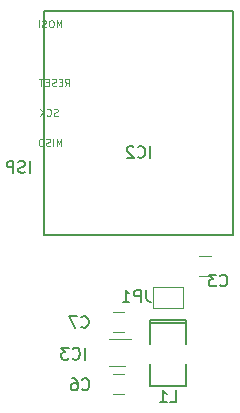
<source format=gbo>
G04 #@! TF.FileFunction,Legend,Bot*
%FSLAX46Y46*%
G04 Gerber Fmt 4.6, Leading zero omitted, Abs format (unit mm)*
G04 Created by KiCad (PCBNEW 4.0.2-stable) date 01.06.2017 12:53:20*
%MOMM*%
G01*
G04 APERTURE LIST*
%ADD10C,0.100000*%
%ADD11C,0.150000*%
%ADD12C,0.120000*%
G04 APERTURE END LIST*
D10*
D11*
X172426190Y-101988881D02*
X172426190Y-100988881D01*
X171997619Y-101941262D02*
X171854762Y-101988881D01*
X171616666Y-101988881D01*
X171521428Y-101941262D01*
X171473809Y-101893643D01*
X171426190Y-101798405D01*
X171426190Y-101703167D01*
X171473809Y-101607929D01*
X171521428Y-101560310D01*
X171616666Y-101512690D01*
X171807143Y-101465071D01*
X171902381Y-101417452D01*
X171950000Y-101369833D01*
X171997619Y-101274595D01*
X171997619Y-101179357D01*
X171950000Y-101084119D01*
X171902381Y-101036500D01*
X171807143Y-100988881D01*
X171569047Y-100988881D01*
X171426190Y-101036500D01*
X170997619Y-101988881D02*
X170997619Y-100988881D01*
X170616666Y-100988881D01*
X170521428Y-101036500D01*
X170473809Y-101084119D01*
X170426190Y-101179357D01*
X170426190Y-101322214D01*
X170473809Y-101417452D01*
X170521428Y-101465071D01*
X170616666Y-101512690D01*
X170997619Y-101512690D01*
D10*
X175059857Y-99712429D02*
X175059857Y-99112429D01*
X174859857Y-99541000D01*
X174659857Y-99112429D01*
X174659857Y-99712429D01*
X174374143Y-99712429D02*
X174374143Y-99112429D01*
X174117000Y-99683857D02*
X174031286Y-99712429D01*
X173888429Y-99712429D01*
X173831286Y-99683857D01*
X173802715Y-99655286D01*
X173774143Y-99598143D01*
X173774143Y-99541000D01*
X173802715Y-99483857D01*
X173831286Y-99455286D01*
X173888429Y-99426714D01*
X174002715Y-99398143D01*
X174059857Y-99369571D01*
X174088429Y-99341000D01*
X174117000Y-99283857D01*
X174117000Y-99226714D01*
X174088429Y-99169571D01*
X174059857Y-99141000D01*
X174002715Y-99112429D01*
X173859857Y-99112429D01*
X173774143Y-99141000D01*
X173402714Y-99112429D02*
X173288428Y-99112429D01*
X173231286Y-99141000D01*
X173174143Y-99198143D01*
X173145571Y-99312429D01*
X173145571Y-99512429D01*
X173174143Y-99626714D01*
X173231286Y-99683857D01*
X173288428Y-99712429D01*
X173402714Y-99712429D01*
X173459857Y-99683857D01*
X173517000Y-99626714D01*
X173545571Y-99512429D01*
X173545571Y-99312429D01*
X173517000Y-99198143D01*
X173459857Y-99141000D01*
X173402714Y-99112429D01*
X174761428Y-97143857D02*
X174675714Y-97172429D01*
X174532857Y-97172429D01*
X174475714Y-97143857D01*
X174447143Y-97115286D01*
X174418571Y-97058143D01*
X174418571Y-97001000D01*
X174447143Y-96943857D01*
X174475714Y-96915286D01*
X174532857Y-96886714D01*
X174647143Y-96858143D01*
X174704285Y-96829571D01*
X174732857Y-96801000D01*
X174761428Y-96743857D01*
X174761428Y-96686714D01*
X174732857Y-96629571D01*
X174704285Y-96601000D01*
X174647143Y-96572429D01*
X174504285Y-96572429D01*
X174418571Y-96601000D01*
X173818571Y-97115286D02*
X173847142Y-97143857D01*
X173932856Y-97172429D01*
X173989999Y-97172429D01*
X174075714Y-97143857D01*
X174132856Y-97086714D01*
X174161428Y-97029571D01*
X174189999Y-96915286D01*
X174189999Y-96829571D01*
X174161428Y-96715286D01*
X174132856Y-96658143D01*
X174075714Y-96601000D01*
X173989999Y-96572429D01*
X173932856Y-96572429D01*
X173847142Y-96601000D01*
X173818571Y-96629571D01*
X173561428Y-97172429D02*
X173561428Y-96572429D01*
X173218571Y-97172429D02*
X173475714Y-96829571D01*
X173218571Y-96572429D02*
X173561428Y-96915286D01*
X175369429Y-94632429D02*
X175569429Y-94346714D01*
X175712286Y-94632429D02*
X175712286Y-94032429D01*
X175483714Y-94032429D01*
X175426572Y-94061000D01*
X175398000Y-94089571D01*
X175369429Y-94146714D01*
X175369429Y-94232429D01*
X175398000Y-94289571D01*
X175426572Y-94318143D01*
X175483714Y-94346714D01*
X175712286Y-94346714D01*
X175112286Y-94318143D02*
X174912286Y-94318143D01*
X174826572Y-94632429D02*
X175112286Y-94632429D01*
X175112286Y-94032429D01*
X174826572Y-94032429D01*
X174598000Y-94603857D02*
X174512286Y-94632429D01*
X174369429Y-94632429D01*
X174312286Y-94603857D01*
X174283715Y-94575286D01*
X174255143Y-94518143D01*
X174255143Y-94461000D01*
X174283715Y-94403857D01*
X174312286Y-94375286D01*
X174369429Y-94346714D01*
X174483715Y-94318143D01*
X174540857Y-94289571D01*
X174569429Y-94261000D01*
X174598000Y-94203857D01*
X174598000Y-94146714D01*
X174569429Y-94089571D01*
X174540857Y-94061000D01*
X174483715Y-94032429D01*
X174340857Y-94032429D01*
X174255143Y-94061000D01*
X173998000Y-94318143D02*
X173798000Y-94318143D01*
X173712286Y-94632429D02*
X173998000Y-94632429D01*
X173998000Y-94032429D01*
X173712286Y-94032429D01*
X173540857Y-94032429D02*
X173198000Y-94032429D01*
X173369429Y-94632429D02*
X173369429Y-94032429D01*
X175059857Y-89679429D02*
X175059857Y-89079429D01*
X174859857Y-89508000D01*
X174659857Y-89079429D01*
X174659857Y-89679429D01*
X174259857Y-89079429D02*
X174145571Y-89079429D01*
X174088429Y-89108000D01*
X174031286Y-89165143D01*
X174002714Y-89279429D01*
X174002714Y-89479429D01*
X174031286Y-89593714D01*
X174088429Y-89650857D01*
X174145571Y-89679429D01*
X174259857Y-89679429D01*
X174317000Y-89650857D01*
X174374143Y-89593714D01*
X174402714Y-89479429D01*
X174402714Y-89279429D01*
X174374143Y-89165143D01*
X174317000Y-89108000D01*
X174259857Y-89079429D01*
X173774143Y-89650857D02*
X173688429Y-89679429D01*
X173545572Y-89679429D01*
X173488429Y-89650857D01*
X173459858Y-89622286D01*
X173431286Y-89565143D01*
X173431286Y-89508000D01*
X173459858Y-89450857D01*
X173488429Y-89422286D01*
X173545572Y-89393714D01*
X173659858Y-89365143D01*
X173717000Y-89336571D01*
X173745572Y-89308000D01*
X173774143Y-89250857D01*
X173774143Y-89193714D01*
X173745572Y-89136571D01*
X173717000Y-89108000D01*
X173659858Y-89079429D01*
X173517000Y-89079429D01*
X173431286Y-89108000D01*
X173174143Y-89679429D02*
X173174143Y-89079429D01*
D11*
X189610000Y-107282000D02*
X173610000Y-107282000D01*
X173610000Y-107282000D02*
X173610000Y-88282000D01*
X173610000Y-88282000D02*
X189610000Y-88282000D01*
X189610000Y-88282000D02*
X189610000Y-107282000D01*
D12*
X186698000Y-109030400D02*
X187698000Y-109030400D01*
X187698000Y-110730400D02*
X186698000Y-110730400D01*
X180395500Y-120738000D02*
X179395500Y-120738000D01*
X179395500Y-119038000D02*
X180395500Y-119038000D01*
X179395500Y-113767500D02*
X180395500Y-113767500D01*
X180395500Y-115467500D02*
X179395500Y-115467500D01*
X179068500Y-116061000D02*
X180968500Y-116061000D01*
X180468500Y-118381000D02*
X179068500Y-118381000D01*
D11*
X182562500Y-114490500D02*
X185610500Y-114490500D01*
X185610500Y-118173500D02*
X185610500Y-120078500D01*
X185610500Y-120078500D02*
X182562500Y-120078500D01*
X182562500Y-120078500D02*
X182562500Y-118173500D01*
X182562500Y-116522500D02*
X182562500Y-114490500D01*
X182562500Y-114690500D02*
X185610500Y-114690500D01*
X185610500Y-114490500D02*
X185610500Y-116522500D01*
D12*
X185356500Y-113475500D02*
X182816500Y-113475500D01*
X182816500Y-111695500D02*
X185356500Y-111695500D01*
X182816500Y-111695500D02*
X182816500Y-113475500D01*
X185356500Y-113475500D02*
X185356500Y-111695500D01*
D11*
X182586190Y-100734381D02*
X182586190Y-99734381D01*
X181538571Y-100639143D02*
X181586190Y-100686762D01*
X181729047Y-100734381D01*
X181824285Y-100734381D01*
X181967143Y-100686762D01*
X182062381Y-100591524D01*
X182110000Y-100496286D01*
X182157619Y-100305810D01*
X182157619Y-100162952D01*
X182110000Y-99972476D01*
X182062381Y-99877238D01*
X181967143Y-99782000D01*
X181824285Y-99734381D01*
X181729047Y-99734381D01*
X181586190Y-99782000D01*
X181538571Y-99829619D01*
X181157619Y-99829619D02*
X181110000Y-99782000D01*
X181014762Y-99734381D01*
X180776666Y-99734381D01*
X180681428Y-99782000D01*
X180633809Y-99829619D01*
X180586190Y-99924857D01*
X180586190Y-100020095D01*
X180633809Y-100162952D01*
X181205238Y-100734381D01*
X180586190Y-100734381D01*
X188507666Y-111507543D02*
X188555285Y-111555162D01*
X188698142Y-111602781D01*
X188793380Y-111602781D01*
X188936238Y-111555162D01*
X189031476Y-111459924D01*
X189079095Y-111364686D01*
X189126714Y-111174210D01*
X189126714Y-111031352D01*
X189079095Y-110840876D01*
X189031476Y-110745638D01*
X188936238Y-110650400D01*
X188793380Y-110602781D01*
X188698142Y-110602781D01*
X188555285Y-110650400D01*
X188507666Y-110698019D01*
X188174333Y-110602781D02*
X187555285Y-110602781D01*
X187888619Y-110983733D01*
X187745761Y-110983733D01*
X187650523Y-111031352D01*
X187602904Y-111078971D01*
X187555285Y-111174210D01*
X187555285Y-111412305D01*
X187602904Y-111507543D01*
X187650523Y-111555162D01*
X187745761Y-111602781D01*
X188031476Y-111602781D01*
X188126714Y-111555162D01*
X188174333Y-111507543D01*
X176823666Y-120308643D02*
X176871285Y-120356262D01*
X177014142Y-120403881D01*
X177109380Y-120403881D01*
X177252238Y-120356262D01*
X177347476Y-120261024D01*
X177395095Y-120165786D01*
X177442714Y-119975310D01*
X177442714Y-119832452D01*
X177395095Y-119641976D01*
X177347476Y-119546738D01*
X177252238Y-119451500D01*
X177109380Y-119403881D01*
X177014142Y-119403881D01*
X176871285Y-119451500D01*
X176823666Y-119499119D01*
X175966523Y-119403881D02*
X176157000Y-119403881D01*
X176252238Y-119451500D01*
X176299857Y-119499119D01*
X176395095Y-119641976D01*
X176442714Y-119832452D01*
X176442714Y-120213405D01*
X176395095Y-120308643D01*
X176347476Y-120356262D01*
X176252238Y-120403881D01*
X176061761Y-120403881D01*
X175966523Y-120356262D01*
X175918904Y-120308643D01*
X175871285Y-120213405D01*
X175871285Y-119975310D01*
X175918904Y-119880071D01*
X175966523Y-119832452D01*
X176061761Y-119784833D01*
X176252238Y-119784833D01*
X176347476Y-119832452D01*
X176395095Y-119880071D01*
X176442714Y-119975310D01*
X176747466Y-115038143D02*
X176795085Y-115085762D01*
X176937942Y-115133381D01*
X177033180Y-115133381D01*
X177176038Y-115085762D01*
X177271276Y-114990524D01*
X177318895Y-114895286D01*
X177366514Y-114704810D01*
X177366514Y-114561952D01*
X177318895Y-114371476D01*
X177271276Y-114276238D01*
X177176038Y-114181000D01*
X177033180Y-114133381D01*
X176937942Y-114133381D01*
X176795085Y-114181000D01*
X176747466Y-114228619D01*
X176414133Y-114133381D02*
X175747466Y-114133381D01*
X176176038Y-115133381D01*
X177061690Y-117800381D02*
X177061690Y-116800381D01*
X176014071Y-117705143D02*
X176061690Y-117752762D01*
X176204547Y-117800381D01*
X176299785Y-117800381D01*
X176442643Y-117752762D01*
X176537881Y-117657524D01*
X176585500Y-117562286D01*
X176633119Y-117371810D01*
X176633119Y-117228952D01*
X176585500Y-117038476D01*
X176537881Y-116943238D01*
X176442643Y-116848000D01*
X176299785Y-116800381D01*
X176204547Y-116800381D01*
X176061690Y-116848000D01*
X176014071Y-116895619D01*
X175680738Y-116800381D02*
X175061690Y-116800381D01*
X175395024Y-117181333D01*
X175252166Y-117181333D01*
X175156928Y-117228952D01*
X175109309Y-117276571D01*
X175061690Y-117371810D01*
X175061690Y-117609905D01*
X175109309Y-117705143D01*
X175156928Y-117752762D01*
X175252166Y-117800381D01*
X175537881Y-117800381D01*
X175633119Y-117752762D01*
X175680738Y-117705143D01*
X184253166Y-121419881D02*
X184729357Y-121419881D01*
X184729357Y-120419881D01*
X183396023Y-121419881D02*
X183967452Y-121419881D01*
X183681738Y-121419881D02*
X183681738Y-120419881D01*
X183776976Y-120562738D01*
X183872214Y-120657976D01*
X183967452Y-120705595D01*
X182252833Y-111910881D02*
X182252833Y-112625167D01*
X182300453Y-112768024D01*
X182395691Y-112863262D01*
X182538548Y-112910881D01*
X182633786Y-112910881D01*
X181776643Y-112910881D02*
X181776643Y-111910881D01*
X181395690Y-111910881D01*
X181300452Y-111958500D01*
X181252833Y-112006119D01*
X181205214Y-112101357D01*
X181205214Y-112244214D01*
X181252833Y-112339452D01*
X181300452Y-112387071D01*
X181395690Y-112434690D01*
X181776643Y-112434690D01*
X180252833Y-112910881D02*
X180824262Y-112910881D01*
X180538548Y-112910881D02*
X180538548Y-111910881D01*
X180633786Y-112053738D01*
X180729024Y-112148976D01*
X180824262Y-112196595D01*
M02*

</source>
